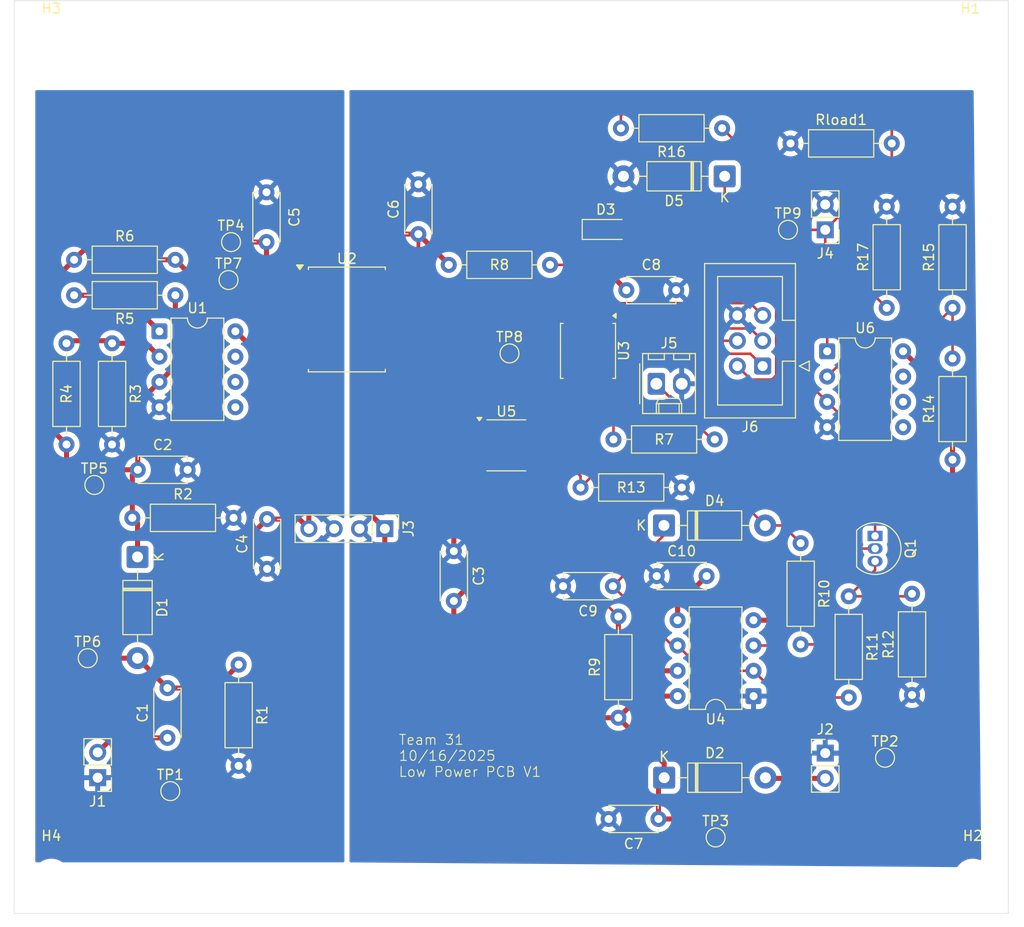
<source format=kicad_pcb>
(kicad_pcb (version 20241229) (generator "pcbnew") (generator_version "9.0")
  (layers (0 "F.Cu" signal) (2 "B.Cu" signal) (13 "F.Paste" user) (15 "B.Paste" user) (5 "F.SilkS" user "F.Silkscreen") (7 "B.SilkS" user "B.Silkscreen") (1 "F.Mask" user) (3 "B.Mask" user) (25 "Edge.Cuts" user))
  (net 0 "")
  (net 1 "/div_out")
  (net 2 "/AC_IN+")
  (net 3 "/env_out")
  (net 4 "/GND_AC")
  (net 5 "GND")
  (net 6 "+5V")
  (net 7 "/+5_ISO")
  (net 8 "/THR")
  (net 9 "Net-(U4-CV)")
  (net 10 "/DC_IN+")
  (net 11 "Net-(D3-A)")
  (net 12 "Net-(D4-A)")
  (net 13 "/drain")
  (net 14 "Net-(J4-Pin_1)")
  (net 15 "Net-(J5-Pin_1)")
  (net 16 "/MISO")
  (net 17 "/SCK")
  (net 18 "/MOSI")
  (net 19 "/RST")
  (net 20 "Net-(Q1-G)")
  (net 21 "/pulse")
  (net 22 "Net-(U1A--)")
  (net 23 "/comp_out")
  (net 24 "/timer_out")
  (net 25 "Net-(U6A--)")
  (net 26 "Net-(R16-Pad1)")
  (net 27 "/mcu_out")
  (net 30 "/iso_out")
  (footprint "Package_SO:SOIC-8_3.9x4.9mm_P1.27mm" (layer "F.Cu") (at 163 82.635)
    (property "Reference" "U5")
    (property "Value" "TC4427xOA")
  )
  (footprint "Resistor_THT:R_Axial_DIN0207_L6.3mm_D2.5mm_P10.16mm_Horizontal" (layer "F.Cu") (at 129.794 67.564 180)
    (property "Reference" "R5")
    (property "Value" "1Meg")
  )
  (footprint "Package_DIP:DIP-8_W7.62mm" (layer "F.Cu") (at 128.195 71.19)
    (property "Reference" "U1")
    (property "Value" "LM393")
  )
  (footprint "Package_DIP:DIP-8_W7.62mm" (layer "F.Cu") (at 195.195 73.19)
    (property "Reference" "U6")
    (property "Value" "LM393")
  )
  (footprint "Resistor_THT:R_Axial_DIN0207_L6.3mm_D2.5mm_P10.16mm_Horizontal" (layer "F.Cu") (at 125.476 89.916)
    (property "Reference" "R2")
    (property "Value" "5.6k")
  )
  (footprint "MountingHole:MountingHole_3.2mm_M3" (layer "F.Cu") (at 209.55 42.926)
    (property "Reference" "H1")
    (property "Value" "MountingHole")
  )
  (footprint "Resistor_THT:R_Axial_DIN0207_L6.3mm_D2.5mm_P10.16mm_Horizontal" (layer "F.Cu") (at 173.752 82.042)
    (property "Reference" "R7")
    (property "Value" "1k")
  )
  (footprint "MountingHole:MountingHole_3.2mm_M3" (layer "F.Cu") (at 209.804 125.984)
    (property "Reference" "H2")
    (property "Value" "MountingHole")
  )
  (footprint "Resistor_THT:R_Axial_DIN0207_L6.3mm_D2.5mm_P10.16mm_Horizontal" (layer "F.Cu") (at 203.708 107.696 90)
    (property "Reference" "R12")
    (property "Value" "1k")
  )
  (footprint "Package_SO:SOIC-8_5.3x5.3mm_P1.27mm" (layer "F.Cu") (at 171.196 73.152 -90)
    (property "Reference" "U3")
    (property "Value" "ATtiny85-20S")
  )
  (footprint "Capacitor_THT:C_Disc_D4.7mm_W2.5mm_P5.00mm" (layer "F.Cu") (at 157.734 93.258 -90)
    (property "Reference" "C3")
    (property "Value" "10uF")
  )
  (footprint "Capacitor_THT:C_Disc_D4.7mm_W2.5mm_P5.00mm" (layer "F.Cu") (at 180.046 67.056 180)
    (property "Reference" "C8")
    (property "Value" "1uF")
  )
  (footprint "Capacitor_THT:C_Disc_D4.7mm_W2.5mm_P5.00mm" (layer "F.Cu") (at 178.268 120.142 180)
    (property "Reference" "C7")
    (property "Value" "100uF")
  )
  (footprint "Diode_SMD:D_SOD-123" (layer "F.Cu") (at 172.974 60.96)
    (property "Reference" "D3")
    (property "Value" "MBR0520")
  )
  (footprint "Resistor_THT:R_Axial_DIN0207_L6.3mm_D2.5mm_P10.16mm_Horizontal" (layer "F.Cu") (at 192.532 92.456 -90)
    (property "Reference" "R10")
    (property "Value" "130k")
  )
  (footprint "Package_TO_SOT_THT:TO-92_Inline" (layer "F.Cu") (at 200 91.73 -90)
    (property "Reference" "Q1")
    (property "Value" "2N7000")
  )
  (footprint "Capacitor_THT:C_Disc_D4.7mm_W2.5mm_P5.00mm" (layer "F.Cu") (at 126.024 85.09)
    (property "Reference" "C2")
    (property "Value" "1nF")
  )
  (footprint "Connector_PinHeader_2.54mm:PinHeader_1x02_P2.54mm_Vertical" (layer "F.Cu") (at 195 61 180)
    (property "Reference" "J4")
    (property "Value" "Conn_01x02")
  )
  (footprint "Resistor_THT:R_Axial_DIN0207_L6.3mm_D2.5mm_P10.16mm_Horizontal" (layer "F.Cu") (at 207.772 84.074 90)
    (property "Reference" "R14")
    (property "Value" "5k")
  )
  (footprint "Capacitor_THT:C_Disc_D4.7mm_W2.5mm_P5.00mm" (layer "F.Cu") (at 178.094 95.758)
    (property "Reference" "C10")
    (property "Value" "10n")
  )
  (footprint "TestPoint:TestPoint_Pad_D1.5mm" (layer "F.Cu") (at 201 114)
    (property "Reference" "TP2")
    (property "Value" "TestPoint")
  )
  (footprint "TestPoint:TestPoint_Pad_D1.5mm" (layer "F.Cu") (at 135.128 66.04)
    (property "Reference" "TP7")
    (property "Value" "TestPoint" (hide yes))
  )
  (footprint "Capacitor_THT:C_Disc_D4.7mm_W2.5mm_P5.00mm" (layer "F.Cu") (at 129 112 90)
    (property "Reference" "C1")
    (property "Value" "2.2nF")
  )
  (footprint "Capacitor_THT:C_Disc_D4.7mm_W2.5mm_P5.00mm" (layer "F.Cu") (at 139 95.0375 90)
    (property "Reference" "C4")
    (property "Value" "10uF")
  )
  (footprint "TestPoint:TestPoint_Pad_D1.5mm" (layer "F.Cu") (at 191.262 61)
    (property "Reference" "TP9")
    (property "Value" "TestPoint")
  )
  (footprint "Connector_Molex:Molex_KK-254_AE-6410-02A_1x02_P2.54mm_Vertical" (layer "F.Cu") (at 178.054 76.454)
    (property "Reference" "J5")
    (property "Value" "LED")
  )
  (footprint "TestPoint:TestPoint_Pad_D1.5mm" (layer "F.Cu") (at 184 122)
    (property "Reference" "TP3")
    (property "Value" "TestPoint")
  )
  (footprint "Resistor_THT:R_Axial_DIN0207_L6.3mm_D2.5mm_P10.16mm_Horizontal" (layer "F.Cu") (at 201.168 68.834 90)
    (property "Reference" "R17")
    (property "Value" "1k")
  )
  (footprint "Resistor_THT:R_Axial_DIN0207_L6.3mm_D2.5mm_P10.16mm_Horizontal" (layer "F.Cu") (at 136.144 104.648 -90)
    (property "Reference" "R1")
    (property "Value" "10k")
  )
  (footprint "Diode_THT:D_DO-41_SOD81_P10.16mm_Horizontal" (layer "F.Cu") (at 184.912 55.626 180)
    (property "Reference" "D5")
    (property "Value" "1N5817")
  )
  (footprint "Resistor_THT:R_Axial_DIN0207_L6.3mm_D2.5mm_P10.16mm_Horizontal" (layer "F.Cu") (at 184.658 50.8 180)
    (property "Reference" "R16")
    (property "Value" "43k")
  )
  (footprint "Resistor_THT:R_Axial_DIN0207_L6.3mm_D2.5mm_P10.16mm_Horizontal" (layer "F.Cu") (at 157.226 64.516)
    (property "Reference" "R8")
    (property "Value" "10k")
  )
  (footprint "Resistor_THT:R_Axial_DIN0207_L6.3mm_D2.5mm_P10.16mm_Horizontal" (layer "F.Cu") (at 197.358 97.79 -90)
    (property "Reference" "R11")
    (property "Value" "2k")
  )
  (footprint "TestPoint:TestPoint_Pad_D1.5mm" (layer "F.Cu") (at 121.666 86.614)
    (property "Reference" "TP5")
    (property "Value" "TestPoint")
  )
  (footprint "Diode_THT:D_DO-41_SOD81_P10.16mm_Horizontal" (layer "F.Cu") (at 178.84 116)
    (property "Reference" "D2")
    (property "Value" "1N5817")
  )
  (footprint "Resistor_THT:R_Axial_DIN0207_L6.3mm_D2.5mm_P10.16mm_Horizontal" (layer "F.Cu") (at 119.634 64.008)
    (property "Reference" "R6")
    (property "Value" "10k")
  )
  (footprint "TestPoint:TestPoint_Pad_D1.5mm" (layer "F.Cu") (at 129.286 117.348)
    (property "Reference" "TP1")
    (property "Value" "TestPoint")
  )
  (footprint "Resistor_THT:R_Axial_DIN0207_L6.3mm_D2.5mm_P10.16mm_Horizontal" (layer "F.Cu") (at 207.772 68.834 90)
    (property "Reference" "R15")
    (property "Value" "1k")
  )
  (footprint "Package_SO:SOIC-16W_7.5x10.3mm_P1.27mm" (layer "F.Cu") (at 147 70)
    (property "Reference" "U2")
    (property "Value" "Si8640BD-B-IS2")
  )
  (footprint "Resistor_THT:R_Axial_DIN0207_L6.3mm_D2.5mm_P10.16mm_Horizontal" (layer "F.Cu") (at 174.244 109.982 90)
    (property "Reference" "R9")
    (property "Value" "15k")
  )
  (footprint "MountingHole:MountingHole_3.2mm_M3" (layer "F.Cu") (at 117.348 125.984)
    (property "Reference" "H4")
    (property "Value" "MountingHole")
  )
  (footprint "Resistor_THT:R_Axial_DIN0207_L6.3mm_D2.5mm_P10.16mm_Horizontal" (layer "F.Cu") (at 191.516 52.324)
    (property "Reference" "Rload1")
    (property "Value" "10k")
  )
  (footprint "TestPoint:TestPoint_Pad_D1.5mm" (layer "F.Cu") (at 135.382 62.23)
    (property "Reference" "TP4")
    (property "Value" "TestPoint")
  )
  (footprint "Package_DIP:DIP-8_W7.62mm" (layer "F.Cu") (at 187.805 107.81 180)
    (property "Reference" "U4")
    (property "Value" "NE555P")
  )
  (footprint "Connector_PinHeader_2.54mm:PinHeader_1x04_P2.54mm_Vertical" (layer "F.Cu") (at 150.81 91 -90)
    (property "Reference" "J3")
    (property "Value" "Conn_02x02_Counter_Clockwise")
  )
  (footprint "Connector_IDC:IDC-Header_2x03_P2.54mm_Vertical" (layer "F.Cu") (at 188.722 74.676 180)
    (property "Reference" "J6")
    (property "Value" "ISP")
  )
  (footprint "Connector_PinHeader_2.54mm:PinHeader_1x02_P2.54mm_Vertical" (layer "F.Cu") (at 122 116 180)
    (property "Reference" "J1")
    (property "Value" "Conn_01x02")
  )
  (footprint "Resistor_THT:R_Axial_DIN0207_L6.3mm_D2.5mm_P10.16mm_Horizontal" (layer "F.Cu") (at 118.872 82.55 90)
    (property "Reference" "R4")
    (property "Value" "47k")
  )
  (footprint "Connector_PinHeader_2.54mm:PinHeader_1x02_P2.54mm_Vertical" (layer "F.Cu") (at 195 113.533)
    (property "Reference" "J2")
    (property "Value" "Conn_01x02")
  )
  (footprint "TestPoint:TestPoint_Pad_D1.5mm" (layer "F.Cu") (at 163.322 73.406)
    (property "Reference" "TP8")
    (property "Value" "TestPoint")
  )
  (footprint "Resistor_THT:R_Axial_DIN0207_L6.3mm_D2.5mm_P10.16mm_Horizontal" (layer "F.Cu") (at 123.444 72.39 -90)
    (property "Reference" "R3")
    (property "Value" "3k")
  )
  (footprint "Diode_THT:D_DO-41_SOD81_P10.16mm_Horizontal" (layer "F.Cu") (at 126 93.84 -90)
    (property "Reference" "D1")
    (property "Value" "1N5817")
  )
  (footprint "Capacitor_THT:C_Disc_D4.7mm_W2.5mm_P5.00mm" (layer "F.Cu") (at 173.696 96.774 180)
    (property "Reference" "C9")
    (property "Value" "0.01uF")
  )
  (footprint "Resistor_THT:R_Axial_DIN0207_L6.3mm_D2.5mm_P10.16mm_Horizontal" (layer "F.Cu") (at 170.45 86.868)
    (property "Reference" "R13")
    (property "Value" "100k")
  )
  (footprint "Capacitor_THT:C_Disc_D4.7mm_W2.5mm_P5.00mm" (layer "F.Cu") (at 154.178 61.428 90)
    (property "Reference" "C6")
    (property "Value" "0.1uF")
  )
  (footprint "TestPoint:TestPoint_Pad_D1.5mm" (layer "F.Cu") (at 121 104)
    (property "Reference" "TP6")
    (property "Value" "TestPoint")
  )
  (footprint "Capacitor_THT:C_Disc_D4.7mm_W2.5mm_P5.00mm" (layer "F.Cu") (at 138.938 62.23 90)
    (property "Reference" "C5")
    (property "Value" "0.1uF")
  )
  (footprint "MountingHole:MountingHole_3.2mm_M3" (layer "F.Cu") (at 117.348 42.926)
    (property "Reference" "H3")
    (property "Value" "MountingHole")
  )
  (footprint "Diode_THT:D_DO-41_SOD81_P10.16mm_Horizontal" (layer "F.Cu") (at 178.816 90.678)
    (property "Reference" "D4")
    (property "Value" "1N5817")
  )
  (gr_rect (start 113.614 38.011) (end 213.36 129.629) (stroke (width 0.05)) (fill no) (layer "Edge.Cuts"))
  (gr_text "Team 31\n10/16/2025\nLow Power PCB V1" (at 152.146 116 0) (layer "F.SilkS") (effects (font (size 1 1) (thickness 0.1)) (justify left bottom)))
  (segment (start 129 107) (end 126 104) (width 0.508) (layer "F.Cu") (net 1))
  (segment (start 133.792 107) (end 136.144 104.648) (width 0.508) (layer "F.Cu") (net 1))
  (segment (start 129 107) (end 133.792 107) (width 0.508) (layer "F.Cu") (net 1))
  (segment (start 126 104) (end 121 104) (width 0.508) (layer "F.Cu") (net 1))
  (segment (start 123.46 112) (end 122 113.46) (width 0.508) (layer "F.Cu") (net 2))
  (segment (start 129 112) (end 123.46 112) (width 0.508) (layer "F.Cu") (net 2))
  (segment (start 126.024 85.09) (end 126.024 78.441) (width 0.508) (layer "F.Cu") (net 3))
  (segment (start 123.19 85.09) (end 121.666 86.614) (width 0.508) (layer "F.Cu") (net 3))
  (segment (start 126 93.84) (end 126 90.44) (width 0.508) (layer "F.Cu") (net 3))
  (segment (start 128.195 76.27) (end 129.794 74.671) (width 0.508) (layer "F.Cu") (net 3))
  (segment (start 126.024 85.09) (end 123.19 85.09) (width 0.508) (layer "F.Cu") (net 3))
  (segment (start 126.024 78.441) (end 128.195 76.27) (width 0.508) (layer "F.Cu") (net 3))
  (segment (start 126 90.44) (end 125.476 89.916) (width 0.508) (layer "F.Cu") (net 3))
  (segment (start 125.476 85.638) (end 126.024 85.09) (width 0.508) (layer "F.Cu") (net 3))
  (segment (start 125.476 89.916) (end 125.476 85.638) (width 0.508) (layer "F.Cu") (net 3))
  (segment (start 129.794 74.671) (end 129.794 67.564) (width 0.508) (layer "F.Cu") (net 3))
  (segment (start 144.138 70.117) (end 144.138 68.627334) (width 0.508) (layer "F.Cu") (net 4))
  (segment (start 142.35 71.905) (end 143.607 71.905) (width 0.508) (layer "F.Cu") (net 4))
  (segment (start 143.400334 66.825) (end 142.35 66.825) (width 0.508) (layer "F.Cu") (net 4))
  (segment (start 144.138 66.087334) (end 143.400334 66.825) (width 0.508) (layer "F.Cu") (net 4))
  (segment (start 129.032 117.348) (end 127.684 116) (width 0.508) (layer "F.Cu") (net 4))
  (segment (start 144.138 66.087334) (end 144.138 62.43) (width 0.508) (layer "F.Cu") (net 4))
  (segment (start 143.62 70.635) (end 144.138 70.117) (width 0.508) (layer "F.Cu") (net 4))
  (segment (start 127.684 116) (end 122 116) (width 0.508) (layer "F.Cu") (net 4))
  (segment (start 143.400334 74.445) (end 144.138 73.707334) (width 0.508) (layer "F.Cu") (net 4))
  (segment (start 129.286 117.348) (end 129.032 117.348) (width 0.508) (layer "F.Cu") (net 4))
  (segment (start 142.35 69.365) (end 143.400334 69.365) (width 0.508) (layer "F.Cu") (net 4))
  (segment (start 144.138 73.707334) (end 144.138 71.374) (width 0.508) (layer "F.Cu") (net 4))
  (segment (start 143.400334 69.365) (end 144.138 68.627334) (width 0.508) (layer "F.Cu") (net 4))
  (segment (start 143.607 71.905) (end 144.138 71.374) (width 0.508) (layer "F.Cu") (net 4))
  (segment (start 144.138 68.627334) (end 144.138 66.087334) (width 0.508) (layer "F.Cu") (net 4))
  (segment (start 142.35 74.445) (end 143.400334 74.445) (width 0.508) (layer "F.Cu") (net 4))
  (segment (start 144.138 62.43) (end 138.938 57.23) (width 0.508) (layer "F.Cu") (net 4))
  (segment (start 144.138 71.374) (end 144.138 70.117) (width 0.508) (layer "F.Cu") (net 4))
  (segment (start 142.35 70.635) (end 143.62 70.635) (width 0.508) (layer "F.Cu") (net 4))
  (segment (start 153.527919 76.322919) (end 153.527919 84.54) (width 0.508) (layer "F.Cu") (net 5))
  (segment (start 160.525 83.27) (end 158.496 83.27) (width 0.508) (layer "F.Cu") (net 5))
  (segment (start 153.2835 76.0785) (end 153.527919 76.322919) (width 0.508) (layer "F.Cu") (net 5))
  (segment (start 158.496 83.27) (end 157.226 84.54) (width 0.508) (layer "F.Cu") (net 5))
  (segment (start 159.7975 69.5645) (end 153.2835 76.0785) (width 0.508) (layer "F.Cu") (net 5))
  (segment (start 160.525 84.54) (end 157.226 84.54) (width 0.508) (layer "F.Cu") (net 5))
  (segment (start 200.533 113.533) (end 201 114) (width 0.508) (layer "F.Cu") (net 5))
  (segment (start 151.65 74.445) (end 153.2835 76.0785) (width 0.508) (layer "F.Cu") (net 5))
  (segment (start 151.65 66.825) (end 161.267 66.825) (width 0.508) (layer "F.Cu") (net 5))
  (segment (start 161.29 66.802) (end 161.29 63.54) (width 0.508) (layer "F.Cu") (net 5))
  (segment (start 157.226 84.54) (end 153.527919 84.54) (width 0.508) (layer "F.Cu") (net 5))
  (segment (start 161.29 63.54) (end 154.178 56.428) (width 0.508) (layer "F.Cu") (net 5))
  (segment (start 169.291 69.5645) (end 159.7975 69.5645) (width 0.508) (layer "F.Cu") (net 5))
  (segment (start 157.734 88.746081) (end 153.527919 84.54) (width 0.508) (layer "F.Cu") (net 5))
  (segment (start 157.734 93.258) (end 157.734 88.746081) (width 0.508) (layer "F.Cu") (net 5))
  (segment (start 161.267 66.825) (end 161.29 66.802) (width 0.508) (layer "F.Cu") (net 5))
  (segment (start 195 113.533) (end 200.533 113.533) (width 0.508) (layer "F.Cu") (net 5))
  (segment (start 154.178 63.027) (end 154.178 61.428) (width 0.381) (layer "F.Cu") (net 6))
  (segment (start 173.101 78.511848) (end 171.882348 79.7305) (width 0.381) (layer "F.Cu") (net 6))
  (segment (start 157.734 98.258) (end 163.683 92.309) (width 0.508) (layer "F.Cu") (net 6))
  (segment (start 207.772 78.147) (end 202.815 73.19) (width 0.508) (layer "F.Cu") (net 6))
  (segment (start 176.416 107.81) (end 180.185 107.81) (width 0.508) (layer "F.Cu") (net 6))
  (segment (start 163.8005 80.223968) (end 163.8005 82.570499) (width 0.381) (layer "F.Cu") (net 6))
  (segment (start 157.734 105.156) (end 162.56 109.982) (width 0.508) (layer "F.Cu") (net 6))
  (segment (start 154.178 61.428) (end 154.178 61.468) (width 0.508) (layer "F.Cu") (net 6))
  (segment (start 149.582666 72.158) (end 149.582666 66.403745) (width 0.508) (layer "F.Cu") (net 6))
  (segment (start 162.56 109.982) (end 174.244 109.982) (width 0.508) (layer "F.Cu") (net 6))
  (segment (start 182.96 122) (end 181.102 120.142) (width 0.508) (layer "F.Cu") (net 6))
  (segment (start 207.772 84.074) (end 207.772 78.147) (width 0.508) (layer "F.Cu") (net 6))
  (segment (start 173.101 76.7395) (end 173.101 78.511848) (width 0.381) (layer "F.Cu") (net 6))
  (segment (start 184 122) (end 182.96 122) (width 0.508) (layer "F.Cu") (net 6))
  (segment (start 150.599666 73.175) (end 149.582666 72.158) (width 0.508) (layer "F.Cu") (net 6))
  (segment (start 178.84 116) (end 178.84 114.578) (width 0.508) (layer "F.Cu") (net 6))
  (segment (start 151.65 65.555) (end 151.65 65.52) (width 0.381) (layer "F.Cu") (net 6))
  (segment (start 150.81 98.232) (end 157.734 105.156) (width 0.508) (layer "F.Cu") (net 6))
  (segment (start 171.324 60.96) (end 163.704 53.34) (width 0.508) (layer "F.Cu") (net 6))
  (segment (start 207.772 98.298) (end 207.772 110.998) (width 0.508) (layer "F.Cu") (net 6))
  (segment (start 150.114 54.61) (end 150.114 59.69) (width 0.508) (layer "F.Cu") (net 6))
  (segment (start 171.324 60.96) (end 171.324 63.334) (width 0.508) (layer "F.Cu") (net 6))
  (segment (start 157.734 98.258) (end 157.734 105.156) (width 0.508) (layer "F.Cu") (net 6))
  (segment (start 151.65 73.175) (end 150.599666 73.175) (width 0.508) (layer "F.Cu") (net 6))
  (segment (start 174.822974 67.075) (end 175 67.075) (width 0.508) (layer "F.Cu") (net 6))
  (segment (start 174.244 109.982) (end 176.416 107.81) (width 0.508) (layer "F.Cu") (net 6))
  (segment (start 149.582666 66.403745) (end 150.431411 65.555) (width 0.508) (layer "F.Cu") (net 6))
  (segment (start 150.431411 65.555) (end 151.65 65.555) (width 0.508) (layer "F.Cu") (net 6))
  (segment (start 164.293968 79.7305) (end 163.8005 80.223968) (width 0.381) (layer "F.Cu") (net 6))
  (segment (start 178.84 114.578) (end 174.244 109.982) (width 0.508) (layer "F.Cu") (net 6))
  (segment (start 207.772 84.074) (end 207.772 98.298) (width 0.508) (layer "F.Cu") (net 6))
  (segment (start 196.77 122) (end 184 122) (width 0.508) (layer "F.Cu") (net 6))
  (segment (start 157.226 64.476) (end 154.178 61.428) (width 0.508) (layer "F.Cu") (net 6))
  (segment (start 178.268 116.572) (end 178.84 116) (width 0.508) (layer "F.Cu") (net 6))
  (segment (start 207.772 98.298) (end 205.88 100.19) (width 0.508) (layer "F.Cu") (net 6))
  (segment (start 164.564468 83.27) (end 163.683 84.151468) (width 0.381) (layer "F.Cu") (net 6))
  (segment (start 165.475 83.27) (end 164.564468 83.27) (width 0.381) (layer "F.Cu") (net 6))
  (segment (start 164.500001 83.27) (end 165.475 83.27) (width 0.381) (layer "F.Cu") (net 6))
  (segment (start 150.114 59.69) (end 151.852 61.428) (width 0.508) (layer "F.Cu") (net 6))
  (segment (start 171.882348 79.7305) (end 164.293968 79.7305) (width 0.381) (layer "F.Cu") (net 6))
  (segment (start 151.384 53.34) (end 150.114 54.61) (width 0.508) (layer "F.Cu") (net 6))
  (segment (start 207.772 110.998) (end 196.77 122) (width 0.508) (layer "F.Cu") (net 6))
  (segment (start 205.88 100.19) (end 187.805 100.19) (width 0.508) (layer "F.Cu") (net 6))
  (segment (start 181.102 120.142) (end 178.268 120.142) (width 0.508) (layer "F.Cu") (net 6))
  (segment (start 154.178 61.468) (end 154.432 61.722) (width 0.508) (layer "F.Cu") (net 6))
  (segment (start 163.8005 82.570499) (end 164.500001 83.27) (width 0.381) (layer "F.Cu") (net 6))
  (segment (start 163.704 53.34) (end 151.384 53.34) (width 0.508) (layer "F.Cu") (net 6))
  (segment (start 171.324 63.334) (end 175.046 67.056) (width 0.508) (layer "F.Cu") (net 6))
  (segment (start 178.268 120.142) (end 178.268 116.572) (width 0.508) (layer "F.Cu") (net 6))
  (segment (start 151.65 65.555) (end 154.178 63.027) (width 0.381) (layer "F.Cu") (net 6))
  (segment (start 150.81 91) (end 149.582666 89.772666) (width 0.508) (layer "F.Cu") (net 6))
  (segment (start 163.683 84.151468) (end 163.683 92.309) (width 0.508) (layer "F.Cu") (net 6))
  (segment (start 150.81 98.232) (end 150.81 91) (width 0.508) (layer "F.Cu") (net 6))
  (segment (start 151.852 61.428) (end 154.178 61.428) (width 0.508) (layer "F.Cu") (net 6))
  (segment (start 157.226 64.516) (end 157.226 64.476) (width 0.508) (layer "F.Cu") (net 6))
  (segment (start 149.582666 89.772666) (end 149.582666 72.158) (width 0.508) (layer "F.Cu") (net 6))
  (segment (start 143.19 78.535373) (end 143.19 91) (width 0.508) (layer "F.Cu") (net 7))
  (segment (start 138.938 64.008) (end 139.005 64.075) (width 0.508) (layer "F.Cu") (net 7))
  (segment (start 118.872 89.851526) (end 118.872 82.55) (width 0.508) (layer "F.Cu") (net 7))
  (segment (start 121.412 62.23) (end 135.382 62.23) (width 0.508) (layer "F.Cu") (net 7))
  (segment (start 118.872 82.55) (end 116.586 80.264) (width 0.508) (layer "F.Cu") (net 7))
  (segment (start 116.586 67.056) (end 119.634 64.008) (width 0.508) (layer "F.Cu") (net 7))
  (segment (start 133.3345 95.703) (end 124.723474 95.703) (width 0.508) (layer "F.Cu") (net 7))
  (segment (start 139 90.0375) (end 133.3345 95.703) (width 0.508) (layer "F.Cu") (net 7))
  (segment (start 138.938 62.23) (end 135.382 62.23) (width 0.508) (layer "F.Cu") (net 7))
  (segment (start 116.586 80.264) (end 116.586 67.056) (width 0.508) (layer "F.Cu") (net 7))
  (segment (start 139.005 64.075) (end 140.438 65.508) (width 0.508) (layer "F.Cu") (net 7))
  (segment (start 138.938 62.23) (end 138.938 64.008) (width 0.508) (layer "F.Cu") (net 7))
  (segment (start 139 90.0375) (end 142.2275 90.0375) (width 0.508) (layer "F.Cu") (net 7))
  (segment (start 140.438 65.508) (end 142.35 65.508) (width 0.508) (layer "F.Cu") (net 7))
  (segment (start 135.815 71.19) (end 135.844627 71.19) (width 0.508) (layer "F.Cu") (net 7))
  (segment (start 139 64.075) (end 139.005 64.075) (width 0.508) (layer "F.Cu") (net 7))
  (segment (start 135.844627 71.19) (end 143.19 78.535373) (width 0.508) (layer "F.Cu") (net 7))
  (segment (start 124.723474 95.703) (end 118.872 89.851526) (width 0.508) (layer "F.Cu") (net 7))
  (segment (start 142.2275 90.0375) (end 143.19 91) (width 0.508) (layer "F.Cu") (net 7))
  (segment (start 119.634 64.008) (end 121.412 62.23) (width 0.508) (layer "F.Cu") (net 7))
  (segment (start 187.805 105.27) (end 191.921 109.386) (width 0.254) (layer "F.Cu") (net 8))
  (segment (start 179.652 102.73) (end 180.185 102.73) (width 0.254) (layer "F.Cu") (net 8))
  (segment (start 182.725 105.27) (end 180.185 102.73) (width 0.254) (layer "F.Cu") (net 8))
  (segment (start 180.185 102.73) (end 179.464 102.73) (width 0.254) (layer "F.Cu") (net 8))
  (segment (start 200.406 105.918) (end 197.104 102.616) (width 0.254) (layer "F.Cu") (net 8))
  (segment (start 197.104 102.616) (end 192.532 102.616) (width 0.254) (layer "F.Cu") (net 8))
  (segment (start 200.406 108.966) (end 200.406 105.918) (width 0.254) (layer "F.Cu") (net 8))
  (segment (start 178.816 90.678) (end 178.816 91.654) (width 0.254) (layer "F.Cu") (net 8))
  (segment (start 187.805 105.27) (end 182.725 105.27) (width 0.254) (layer "F.Cu") (net 8))
  (segment (start 178.816 91.654) (end 173.696 96.774) (width 0.254) (layer "F.Cu") (net 8))
  (segment (start 191.921 109.386) (end 199.986 109.386) (width 0.254) (layer "F.Cu") (net 8))
  (segment (start 199.986 109.386) (end 200.406 108.966) (width 0.254) (layer "F.Cu") (net 8))
  (segment (start 173.696 96.774) (end 179.652 102.73) (width 0.254) (layer "F.Cu") (net 8))
  (segment (start 180.185 100.19) (end 180.185 98.667) (width 0.508) (layer "F.Cu") (net 9))
  (segment (start 180.185 98.667) (end 183.094 95.758) (width 0.508) (layer "F.Cu") (net 9))
  (segment (start 189 116) (end 189.152 116) (width 0.508) (layer "F.Cu") (net 10))
  (segment (start 194.46 116) (end 195 116.54) (width 0.508) (layer "F.Cu") (net 10))
  (segment (start 189.23 116.078) (end 189.235 116.073) (width 0.508) (layer "F.Cu") (net 10))
  (segment (start 189.152 116) (end 189.23 116.078) (width 0.508) (layer "F.Cu") (net 10))
  (segment (start 189.235 116.073) (end 195 116.073) (width 0.508) (layer "F.Cu") (net 10))
  (segment (start 189.643316 76.035) (end 187.541 76.035) (width 0.254) (layer "F.Cu") (net 11))
  (segment (start 190.081 67.583478) (end 190.081 75.597316) (width 0.254) (layer "F.Cu") (net 11))
  (segment (start 183.457522 60.96) (end 174.624 60.96) (width 0.254) (layer "F.Cu") (net 11))
  (segment (start 187.541 76.035) (end 186.182 74.676) (width 0.254) (layer "F.Cu") (net 11))
  (segment (start 183.457522 60.96) (end 190.081 67.583478) (width 0.254) (layer "F.Cu") (net 11))
  (segment (start 190.081 75.597316) (end 189.643316 76.035) (width 0.254) (layer "F.Cu") (net 11))
  (segment (start 188.976 90.678) (end 187.24 88.942) (width 0.254) (layer "F.Cu") (net 12))
  (segment (start 190.754 90.678) (end 192.532 92.456) (width 0.254) (layer "F.Cu") (net 12))
  (segment (start 177.59208 88.942) (end 172.26 94.27408) (width 0.254) (layer "F.Cu") (net 12))
  (segment (start 187.24 88.942) (end 177.59208 88.942) (width 0.254) (layer "F.Cu") (net 12))
  (segment (start 172.26 94.27408) (end 172.26 97.838) (width 0.254) (layer "F.Cu") (net 12))
  (segment (start 174.244 99.822) (end 174.244 101.50265) (width 0.508) (layer "F.Cu") (net 12))
  (segment (start 188.976 90.678) (end 190.754 90.678) (width 0.254) (layer "F.Cu") (net 12))
  (segment (start 174.244 101.50265) (end 178.01135 105.27) (width 0.508) (layer "F.Cu") (net 12))
  (segment (start 178.01135 105.27) (end 180.185 105.27) (width 0.508) (layer "F.Cu") (net 12))
  (segment (start 172.26 97.838) (end 174.244 99.822) (width 0.254) (layer "F.Cu") (net 12))
  (segment (start 200 91.73) (end 200 83.075) (width 0.254) (layer "F.Cu") (net 13))
  (segment (start 193.759 70.182434) (end 184.912 61.335434) (width 0.254) (layer "F.Cu") (net 13))
  (segment (start 195.195 78.27) (end 193.759 76.834) (width 0.254) (layer "F.Cu") (net 13))
  (segment (start 193.759 76.834) (end 193.759 70.182434) (width 0.254) (layer "F.Cu") (net 13))
  (segment (start 184.912 61.335434) (end 184.912 55.626) (width 0.254) (layer "F.Cu") (net 13))
  (segment (start 200 83.075) (end 195.195 78.27) (width 0.254) (layer "F.Cu") (net 13))
  (segment (start 195 61) (end 191.262 61) (width 0.254) (layer "F.Cu") (net 14))
  (segment (start 199.334 67) (end 195 67) (width 0.254) (layer "F.Cu") (net 14))
  (segment (start 201.168 68.834) (end 199.334 67) (width 0.254) (layer "F.Cu") (net 14))
  (segment (start 176.276 47.752) (end 174.498 49.53) (width 0.254) (layer "F.Cu") (net 14))
  (segment (start 201.676 54.324) (end 195 61) (width 0.254) (layer "F.Cu") (net 14))
  (segment (start 201.676 47.752) (end 176.276 47.752) (width 0.254) (layer "F.Cu") (net 14))
  (segment (start 174.498 49.53) (end 174.498 50.8) (width 0.254) (layer "F.Cu") (net 14))
  (segment (start 201.676 52.324) (end 201.676 54.324) (width 0.254) (layer "F.Cu") (net 14))
  (segment (start 201.676 52.324) (end 201.676 47.752) (width 0.254) (layer "F.Cu") (net 14))
  (segment (start 195 67) (end 195 61) (width 0.254) (layer "F.Cu") (net 14))
  (segment (start 183.642 82.042) (end 178.054 76.454) (width 0.254) (layer "F.Cu") (net 15))
  (segment (start 183.912 82.042) (end 183.642 82.042) (width 0.254) (layer "F.Cu") (net 15))
  (segment (start 187.49 73.444) (end 188.722 74.676) (width 0.254) (layer "F.Cu") (net 16))
  (segment (start 173.044001 73.444) (end 170.561 75.927001) (width 0.254) (layer "F.Cu") (net 16))
  (segment (start 173.044001 73.444) (end 187.49 73.444) (width 0.254) (layer "F.Cu") (net 16))
  (segment (start 170.561 75.927001) (end 170.561 76.7395) (width 0.254) (layer "F.Cu") (net 16))
  (segment (start 172.828001 74.93) (end 171.831 75.927001) (width 0.254) (layer "F.Cu") (net 17))
  (segment (start 168.076 76.2) (end 173.372 70.904) (width 0.254) (layer "F.Cu") (net 17))
  (segment (start 173.372 70.904) (end 187.49 70.904) (width 0.254) (layer "F.Cu") (net 17))
  (segment (start 173.752 80.534) (end 174.498 79.788) (width 0.254) (layer "F.Cu") (net 17))
  (segment (start 168.148 78.74) (end 168.076 78.668) (width 0.254) (layer "F.Cu") (net 17))
  (segment (start 171.831 78.613) (end 171.704 78.74) (width 0.254) (layer "F.Cu") (net 17))
  (segment (start 168.076 78.668) (end 168.076 76.2) (width 0.254) (layer "F.Cu") (net 17))
  (segment (start 173.752 82.042) (end 173.752 80.534) (width 0.254) (layer "F.Cu") (net 17))
  (segment (start 187.49 70.904) (end 188.722 72.136) (width 0.254) (layer "F.Cu") (net 17))
  (segment (start 174.498 79.788) (end 174.498 74.93) (width 0.254) (layer "F.Cu") (net 17))
  (segment (start 171.831 76.7395) (end 171.831 78.613) (width 0.254) (layer "F.Cu") (net 17))
  (segment (start 171.831 75.927001) (end 171.831 76.7395) (width 0.254) (layer "F.Cu") (net 17))
  (segment (start 171.704 78.74) (end 168.148 78.74) (width 0.254) (layer "F.Cu") (net 17))
  (segment (start 174.498 74.93) (end 172.828001 74.93) (width 0.254) (layer "F.Cu") (net 17))
  (segment (start 169.291 76.063246) (end 169.291 76.7395) (width 0.254) (layer "F.Cu") (net 18))
  (segment (start 173.218246 72.136) (end 186.182 72.136) (width 0.254) (layer "F.Cu") (net 18))
  (segment (start 173.218246 72.136) (end 169.291 76.063246) (width 0.254) (layer "F.Cu") (net 18))
  (segment (start 174.3015 68.364) (end 173.101 69.5645) (width 0.254) (layer "F.Cu") (net 19))
  (segment (start 168.91 64.516) (end 167.386 64.516) (width 0.254) (layer "F.Cu") (net 19))
  (segment (start 187.49 68.364) (end 188.722 69.596) (width 0.254) (layer "F.Cu") (net 19))
  (segment (start 174.3015 68.364) (end 187.49 68.364) (width 0.254) (layer "F.Cu") (net 19))
  (segment (start 173.101 68.707) (end 168.91 64.516) (width 0.254) (layer "F.Cu") (net 19))
  (segment (start 173.101 69.5645) (end 173.101 68.707) (width 0.254) (layer "F.Cu") (net 19))
  (segment (start 200 93) (end 197.14 93) (width 0.254) (layer "F.Cu") (net 20))
  (segment (start 194.818 86.36) (end 193.04 84.582) (width 0.254) (layer "F.Cu") (net 20))
  (segment (start 166.71337 82) (end 165.475 82) (width 0.254) (layer "F.Cu") (net 20))
  (segment (start 197.14 93) (end 194.818 90.678) (width 0.254) (layer "F.Cu") (net 20))
  (segment (start 193.04 84.582) (end 172.736 84.582) (width 0.254) (layer "F.Cu") (net 20))
  (segment (start 170.45 85.73663) (end 166.71337 82) (width 0.254) (layer "F.Cu") (net 20))
  (segment (start 194.818 90.678) (end 194.818 86.36) (width 0.254) (layer "F.Cu") (net 20))
  (segment (start 172.736 84.582) (end 170.45 86.868) (width 0.254) (layer "F.Cu") (net 20))
  (segment (start 170.45 86.868) (end 170.45 85.73663) (width 0.254) (layer "F.Cu") (net 20))
  (segment (start 197.358 97.79) (end 200 95.148) (width 0.254) (layer "F.Cu") (net 21))
  (segment (start 203.708 97.536) (end 203.2 97.536) (width 0.254) (layer "F.Cu") (net 21))
  (segment (start 203.2 97.536) (end 202.946 97.79) (width 0.254) (layer "F.Cu") (net 21))
  (segment (start 202.946 97.79) (end 197.358 97.79) (width 0.254) (layer "F.Cu") (net 21))
  (segment (start 200 95.148) (end 200 94.27) (width 0.254) (layer "F.Cu") (net 21))
  (segment (start 119.634 72.136) (end 123.19 72.136) (width 0.508) (layer "F.Cu") (net 22))
  (segment (start 123.444 72.39) (end 126.855 72.39) (width 0.508) (layer "F.Cu") (net 22))
  (segment (start 123.19 72.136) (end 123.444 72.39) (width 0.508) (layer "F.Cu") (net 22))
  (segment (start 126.855 72.39) (end 128.195 73.73) (width 0.508) (layer "F.Cu") (net 22))
  (segment (start 142.35 68.095) (end 135.128 68.095) (width 0.508) (layer "F.Cu") (net 23))
  (segment (start 128.195 71.19) (end 124.569 67.564) (width 0.508) (layer "F.Cu") (net 23))
  (segment (start 135.128 66.04) (end 135.128 68.095) (width 0.508) (layer "F.Cu") (net 23))
  (segment (start 133.881 68.095) (end 129.794 64.008) (width 0.508) (layer "F.Cu") (net 23))
  (segment (start 128.125 64.008) (end 124.569 67.564) (width 0.508) (layer "F.Cu") (net 23))
  (segment (start 124.569 67.564) (end 119.634 67.564) (width 0.508) (layer "F.Cu") (net 23))
  (segment (start 128.195 71.19) (end 128.086 71.19) (width 0.508) (layer "F.Cu") (net 23))
  (segment (start 129.794 64.008) (end 128.125 64.008) (width 0.508) (layer "F.Cu") (net 23))
  (segment (start 135.128 68.095) (end 133.881 68.095) (width 0.508) (layer "F.Cu") (net 23))
  (segment (start 195.326 107.95) (end 190.106 102.73) (width 0.254) (layer "F.Cu") (net 24))
  (segment (start 190.106 102.73) (end 187.805 102.73) (width 0.254) (layer "F.Cu") (net 24))
  (segment (start 197.358 107.95) (end 195.326 107.95) (width 0.254) (layer "F.Cu") (net 24))
  (segment (start 206.336 70.27) (end 200.655 70.27) (width 0.254) (layer "F.Cu") (net 25))
  (segment (start 207.772 73.914) (end 207.772 68.834) (width 0.254) (layer "F.Cu") (net 25))
  (segment (start 200.655 70.27) (end 195.195 75.73) (width 0.254) (layer "F.Cu") (net 25))
  (segment (start 207.772 68.834) (end 206.336 70.27) (width 0.254) (layer "F.Cu") (net 25))
  (segment (start 188.722 54.864) (end 188.722 62.869) (width 0.254) (layer "F.Cu") (net 26))
  (segment (start 188.722 62.869) (end 195.195 69.342) (width 0.254) (layer "F.Cu") (net 26))
  (segment (start 184.658 50.8) (end 188.722 54.864) (width 0.254) (layer "F.Cu") (net 26))
  (segment (start 195.195 69.342) (end 195.195 73.19) (width 0.254) (layer "F.Cu") (net 26))
  (segment (start 170.561 70.376999) (end 170.561 69.5645) (width 0.381) (layer "F.Cu") (net 27))
  (segment (start 158.5965 81.341242) (end 158.5965 78.1315) (width 0.381) (layer "F.Cu") (net 27))
  (segment (start 159.255258 82) (end 158.5965 81.341242) (width 0.381) (layer "F.Cu") (net 27))
  (segment (start 158.5965 78.1315) (end 163.322 73.406) (width 0.381) (layer "F.Cu") (net 27))
  (segment (start 160.525 82) (end 159.255258 82) (width 0.381) (layer "F.Cu") (net 27))
  (segment (start 167.531999 73.406) (end 170.561 70.376999) (width 0.381) (layer "F.Cu") (net 27))
  (segment (start 163.322 73.406) (end 167.531999 73.406) (width 0.381) (layer "F.Cu") (net 27))
  (segment (start 151.65 68.095) (end 165.291744 68.095) (width 0.254) (layer "F.Cu") (net 30))
  (segment (start 171.831 68.529038) (end 171.831 69.5645) (width 0.254) (layer "F.Cu") (net 30))
  (segment (start 165.291744 68.095) (end 165.524744 67.862) (width 0.254) (layer "F.Cu") (net 30))
  (segment (start 171.163962 67.862) (end 171.831 68.529038) (width 0.254) (layer "F.Cu") (net 30))
  (segment (start 165.524744 67.862) (end 171.163962 67.862) (width 0.254) (layer "F.Cu") (net 30))
  (zone (net 4) (net_name "/GND_AC") (layer "B.Cu") (priority 1) (connect_pads (clearance 0.5)) (min_thickness 0.25) (fill yes (thermal_gap 0.5) (thermal_bridge_width 0.5))
    (polygon (pts (xy 146.754 46.976) (xy 146.754 124.5) (xy 115.738 124.5) (xy 115.738 46.976)))
  )
  (zone (net 5) (net_name "GND") (layer "B.Cu") (connect_pads (clearance 0.5)) (min_thickness 0.25) (fill yes (thermal_gap 0.5) (thermal_bridge_width 0.5))
    (polygon (pts (xy 147 46.976) (xy 209.888229 46.976) (xy 210.659598 124.998573) (xy 147 124.5)))
  )
)
</source>
